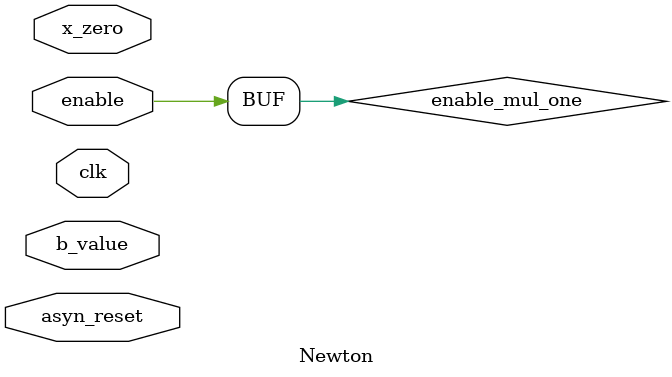
<source format=v>
module Newton(
x_zero,
b_value,
clk,
enable,
asyn_reset
);

input clk;
input enable;
input asyn_reset;
input [1:0] x_zero;
input [1:0] b_value;

wire [1:0] product_one;
wire [1:0] add_one_op_two;
wire [1:0] sum_one;
wire [1:0] quotient_one;
wire [1:0] div_one_op_two;
wire [1:0] add_two_op_one, sum_two;
wire enable_mul_one;
wire empty_fifo_add, full_fifo_add;
wire empty_fifo_div, full_fifo_div;
wire empty_fifo_add_two, full_fifo_add_two;

reg [10:0] counter;
reg enable_add_one_fifo, enable_add_one;
reg enable_div_one_fifo, enable_div_one;
reg enable_add_two_fifo, enable_add_two;


assign enable_mul_one= enable;

//---------------------First iteration
Multiplier_v2 mul_one(
x_zero,
x_zero,
clk,
asyn_reset,
enable,
product_one
);

syn_fifo FIFO_add(
clk      , // Clock input
asyn_reset , // Active high reset
enable_mul_one, // Write chip select
enable_add_one_fifo, // Read chipe select
b_value  , // Data input
enable_add_one_fifo, // Read enable
enable_mul_one, // Write Enable
add_one_op_two, // Data Outpur
empty_fifo_add    , // FIFO empty
full_fifo_add       // FIFO full
);    
defparam FIFO_add.DATA_WIDTH=2;

always @ (posedge clk or posedge asyn_reset) begin
	if (asyn_reset) begin
		counter <= 0;
	end
	else begin
		counter <= counter + 1 ;
	end	
end

always @ (posedge clk or posedge asyn_reset) begin
	if (asyn_reset) begin
		enable_add_one_fifo<= 0;
	end
	else begin
		if (counter > 2 ) begin
			enable_add_one_fifo <= 1;
		end
		else begin
			enable_add_one_fifo <= 0;
		end
		if (counter > 3) begin
			enable_add_one <= 1;
		end
		else begin
			enable_add_one <= 0;
		end
		if (counter > 5) begin
			enable_div_one_fifo <= 1;
		end
		else begin
			enable_div_one_fifo <= 0;
		end
		if (counter > 6) begin
			enable_div_one <= 1; 
		end
		else begin
			enable_div_one <= 0;
		end
		if (counter > 12) begin
			enable_add_two_fifo <= 1;
		end
		else begin
			enable_add_two_fifo <= 0;
		end
		if (counter > 13) begin
			enable_add_two <= 1;
		end
		else begin
			enable_add_two <= 0;
		end
	end
end

Online_adder_hd add_one(
product_one,
~add_one_op_two,
clk,
sum_one,
asyn_reset,
enable_add_one
);

syn_fifo FIFO_div_one(
clk      , // Clock input
asyn_reset , // Active high reset
enable_mul_one, // Write chip select
enable_div_one_fifo, // Read chipe select
x_zero, // Data input
enable_div_one_fifo, // Read enable
enable_mul_one, // Write Enable
div_one_op_two, // Data Outpur
empty_fifo_div, // FIFO empty
full_fifo_div      // FIFO full
);
defparam FIFO_div_one.DATA_WIDTH=2;

Divider_v2 div_one(
~sum_one,
div_one_op_two,
clk,
asyn_reset,
enable_div_one,
quotient_one
);

syn_fifo FIFO_add_two(
clk      , // Clock input
asyn_reset , // Active high reset
enable_mul_one, // Write chip select
enable_add_two_fifo, // Read chipe select
x_zero, // Data input
enable_add_two_fifo, // Read enable
enable_mul_one, // Write Enable
add_two_op_one, // Data Outpur
empty_fifo_add_two    , // FIFO empty
full_fifo_add_two       // FIFO full
);
defparam FIFO_add_two.DATA_WIDTH = 2;

Online_adder_hd add_two(
add_two_op_one,
div_one_op_two,
clk,
sum_two,
asyn_reset,
enable_add_two
);

//------Second iter----------------

wire[1:0] x_one;
wire [1:0] product_two;
wire enable_mul_two_fifo;

wire [1:0] add_three_op_two;
wire [1:0] sum_three;
wire [1:0] div_two_op_two, quotient_two;
wire [1:0] add_four_op_one;
wire [1:0] sum_four;
wire empty_fifo_add_three, full_fifo_add_three;
wire empty_fifo_div_two, full_fifo_div_two;
wire empty_fifo_add_four, full_fifo_add_four;

reg enable_add_three_fifo;
reg enable_mul_two;
reg enable_add_three;
reg enable_div_two_fifo, enable_div_two;
reg enable_add_four_fifo, enable_add_four;

assign x_one = sum_two;

Multiplier_v2 mul_two(
x_one,
x_one,
clk,
asyn_reset,
enable_mul_two,
product_two
);

always @ (posedge clk or posedge asyn_reset) begin
	if (asyn_reset) begin
		enable_mul_two <= 0;
	end
	else begin
		if (counter > 16) begin
			enable_mul_two <= 1;
		end
		else begin
			enable_mul_two <= 0;
		end
		if (counter > 22) begin
			enable_add_three_fifo <= 1;
		end
		else begin
			enable_add_three_fifo <= 0;
		end
		if (counter > 20) begin
			enable_add_three <= 1;
		end
		else begin
			enable_add_three <= 0;
		end

		if (counter > 25) begin
			enable_div_two_fifo <= 1;
		end
		else begin
			enable_div_two_fifo <= 0;
		end
		if (counter > 27) begin
			enable_div_two <= 1;
		end
		else begin
			enable_div_two <= 0;
		end
		if (counter > 29) begin
			enable_add_four_fifo <= 1;
		end
		else begin
			enable_add_four_fifo <= 0;
		end
		if (counter > 30) begin
			enable_add_four <= 1;
		end
		else begin
			enable_add_four <= 0;
		end
	end
end



syn_fifo FIFO_add_three(
clk      , // Clock input
asyn_reset , // Active high reset
enable_mul_one, // Write chip select
enable_add_three_fifo, // Read chipe select
b_value, // Data input
enable_add_three_fifo, // Read enable
enable_mul_one, // Write Enable
add_three_op_two, // Data Outpur
empty_fifo_add_three    , // FIFO empty
full_fifo_add_three       // FIFO full
);
defparam FIFO_add_three.DATA_WIDTH = 2;

Online_adder_hd add_three(
product_two,
~add_three_op_two,
clk,
sum_three,
asyn_reset,
enable_add_three
);

syn_fifo FIFO_div_two(
clk      , // Clock input
asyn_reset , // Active high reset
enable_mul_two, // Write chip select
enable_div_two_fifo, // Read chipe select
x_one, // Data input
enable_div_two_fifo, // Read enable
enable_mul_two, // Write Enable
div_two_op_two, // Data Outpur
empty_fifo_div_two, // FIFO empty
full_fifo_div_two       // FIFO full
);
defparam FIFO_div_two.DATA_WIDTH = 2;

Divider_v2 div_two(
~sum_three,
div_two_op_two,
clk,
asyn_reset,
enable_div_two,
quotient_two
);


syn_fifo FIFO_add_four(
clk      , // Clock input
asyn_reset , // Active high reset
enable_mul_two, // Write chip select
enable_add_four_fifo, // Read chipe select
x_one, // Data input
enable_add_four_fifo, // Read enable
enable_mul_two, // Write Enable
add_four_op_one, // Data Outpur
empty_fifo_add_four    , // FIFO empty
full_fifo_add_four       // FIFO full
);
defparam FIFO_add_four.DATA_WIDTH = 2;

Online_adder_hd add_four(
add_four_op_one,
~quotient_two,
clk,
sum_four,
asyn_reset,
enable_add_four
);

// Iter three ---------------------------


wire[1:0] x_three;
wire [1:0] product_three;
wire enable_mul_three_fifo;

wire [1:0] add_five_op_two;
wire [1:0] sum_five;
wire [1:0] div_three_op_two, quotient_three;
wire [1:0] add_six_op_one;
wire [1:0] sum_six;
wire empty_fifo_add_five, full_fifo_add_five;
wire empty_fifo_div_three, full_fifo_div_three;
wire empty_fifo_add_six, full_fifo_add_six;

reg enable_add_five_fifo;
reg enable_mul_three;
reg enable_add_five;
reg enable_div_three_fifo, enable_div_three;
reg enable_add_six_fifo, enable_add_six;

assign x_three= sum_four;

Multiplier_v2 mul_three(
x_three,
x_three,
clk,
asyn_reset,
enable_mul_three,
product_three
);

syn_fifo FIFO_add_five(
clk      , // Clock input
asyn_reset , // Active high reset
enable_mul_one, // Write chip select
enable_add_five_fifo, // Read chipe select
b_value, // Data input
enable_add_five_fifo, // Read enable
enable_mul_one, // Write Enable
add_five_op_two, // Data Outpur
empty_fifo_add_five, // FIFO empty
full_fifo_add_five// FIFO full
);
defparam FIFO_add_five.DATA_WIDTH = 2;


Online_adder_hd add_five(
product_three,
~add_five_op_two,
clk,
sum_five,
asyn_reset,
enable_add_five
);


syn_fifo FIFO_div_three(
clk      , // Clock input
asyn_reset , // Active high reset
enable_mul_three, // Write chip select
enable_div_three_fifo, // Read chipe select
x_three, // Data input
enable_div_three_fifo, // Read enable
enable_mul_three, // Write Enable
div_three_op_two, // Data Outpur
empty_fifo_div_three, // FIFO empty
full_fifo_div_three// FIFO full
);
defparam FIFO_div_three.DATA_WIDTH = 2;

reg [1:0] sum_five_tmp;
always @ (*) begin
	if (sum_five == 2'b11) begin
		sum_five_tmp = 2'b00;
	end
	else begin
		sum_five_tmp = sum_five;
	end
end

Divider_v2 div_three(
sum_five_tmp,
div_three_op_two,
clk,
asyn_reset,
enable_div_three,
quotient_three
);

syn_fifo FIFO_add_six(
clk      , // Clock input
asyn_reset , // Active high reset
enable_mul_three, // Write chip select
enable_add_six_fifo, // Read chipe select
x_three, // Data input
enable_add_six_fifo, // Read enable
enable_mul_three, // Write Enable
add_six_op_one, // Data Outpur
empty_fifo_add_six, // FIFO empty
full_fifo_add_six// FIFO full
);
defparam FIFO_add_six.DATA_WIDTH = 2;


Online_adder_hd add_six(
add_six_op_one,
~quotient_three,
clk,
sum_six,
asyn_reset,
enable_add_six
);


always @ (posedge clk or posedge asyn_reset) begin
	if (asyn_reset) begin
		enable_mul_three <= 0;
		enable_add_five_fifo <= 0;
		enable_add_five <= 0;
	end
	else begin
		if (counter > 34) begin
			enable_mul_three <= 1;
		end
		else begin
			enable_mul_three <= 0;
		end
		if (counter > 42) begin
			enable_add_five_fifo <= 1;
		end
		else begin
			enable_add_five_fifo <= 0;
		end
		if (counter > 42) begin
			enable_add_five <= 1;
		end
		else begin
			enable_add_five <= 0;
		end
		if (counter > 48) begin
			enable_div_three_fifo <= 1;
		end
		else begin
			enable_div_three_fifo <=0;
		end
		if (counter> 49) begin
			enable_div_three <= 1;
		end
		else begin
			enable_div_three <= 0;
		end
		if (counter > 50) begin
			enable_add_six_fifo <= 1;
		end
		else begin
			enable_add_six_fifo <= 0;
		end
		if (counter > 50) begin
			enable_add_six <= 1;
		end
		else begin 
			enable_add_six <= 0;
		end
	end
end

// iter four


wire[1:0] x_four;
wire [1:0] product_four;
wire enable_mul_four_fifo;

wire [1:0] add_seven_op_two;
wire [1:0] sum_seven;
wire [1:0] div_four_op_two, quotient_four;
wire [1:0] add_eight_op_one;
wire [1:0] sum_eight;
wire empty_fifo_add_seven, full_fifo_add_seven;
wire empty_fifo_div_four, full_fifo_div_four;
wire empty_fifo_add_eight, full_fifo_add_eight;

reg enable_add_seven_fifo;
reg enable_mul_four;
reg enable_add_seven;
reg enable_div_four_fifo, enable_div_four;
reg enable_add_eight_fifo, enable_add_eight;

assign x_four= sum_six;

Multiplier_v2 mul_four(
x_four,
x_four,
clk,
asyn_reset,
enable_mul_four,
product_four
);

syn_fifo FIFO_add_seven(
clk      , // Clock input
asyn_reset , // Active high reset
enable_mul_one, // Write chip select
enable_add_seven_fifo, // Read chipe select
b_value, // Data input
enable_add_seven_fifo, // Read enable
enable_mul_one, // Write Enable
add_seven_op_two, // Data Outpur
empty_fifo_add_seven, // FIFO empty
full_fifo_add_seven// FIFO full
);
defparam FIFO_add_seven.DATA_WIDTH = 2;


Online_adder_hd add_seven(
product_four,
~add_seven_op_two,
clk,
sum_seven,
asyn_reset,
enable_add_seven
);


syn_fifo FIFO_div_four(
clk      , // Clock input
asyn_reset , // Active high reset
enable_mul_four, // Write chip select
enable_div_four_fifo, // Read chipe select
x_four, // Data input
enable_div_four_fifo, // Read enable
enable_mul_four, // Write Enable
div_four_op_two, // Data Outpur
empty_fifo_div_four, // FIFO empty
full_fifo_div_four// FIFO full
);
defparam FIFO_div_four.DATA_WIDTH = 2;

reg [1:0] div_four_op_one;

always @ (*) begin
	if (~sum_seven == 2'b11) begin
		div_four_op_one = 2'b00;
	end
	else begin
		div_four_op_one = ~sum_seven;
	end
end


Divider_v2 div_four(
div_four_op_one,
div_four_op_two,
clk,
asyn_reset,
enable_div_four,
quotient_four
);


always @ (posedge clk or posedge asyn_reset) begin
	if (asyn_reset) begin
		enable_mul_four <= 0;
		enable_add_seven_fifo <= 0;
		enable_add_seven <= 0;
	end
	else begin
		if (counter > 55) begin
			enable_mul_four <= 1;
		end
		else begin
			enable_mul_four <= 0;
		end
		if (counter > 63) begin
			enable_add_seven_fifo <= 1;
		end
		else begin
			enable_add_seven_fifo <= 0;
		end
		if (counter > 61) begin
			enable_add_seven <= 1;
		end
		else begin
			enable_add_seven <= 0;
		end
		if (counter > 70) begin
			enable_div_four_fifo <= 1;
		end
		else begin
			enable_div_four_fifo <= 0;
		end
		if (counter > 71) begin
			enable_div_four <=1;
		end
		else begin
			enable_div_four <= 0;
		end
		if (counter >70) begin
			enable_add_eight_fifo <= 1;
		end
		else begin
			enable_add_eight_fifo <= 0;
		end
		if (counter > 71) begin
			enable_add_eight <= 1;
		end
		else begin
			enable_add_eight <= 0;
		end
	end	
end

syn_fifo FIFO_add_eight(
clk      , // Clock input
asyn_reset , // Active high reset
enable_mul_four, // Write chip select
enable_add_eight_fifo, // Read chipe select
x_four, // Data input
enable_add_eight_fifo, // Read enable
enable_mul_four, // Write Enable
add_eight_op_one, // Data Outpur
empty_fifo_add_eight, // FIFO empty
full_fifo_add_eight// FIFO full
);
defparam FIFO_add_eight.DATA_WIDTH = 2;


Online_adder_hd add_eight(
add_eight_op_one,
~quotient_four,
clk,
sum_eight,
asyn_reset,
enable_add_eight
);

endmodule

</source>
